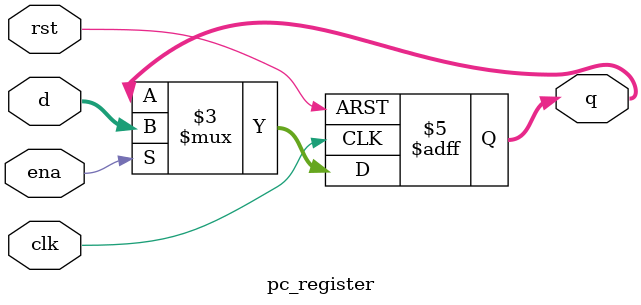
<source format=v>
`timescale 1ns / 1ps
`default_nettype none //helps catch typo-related bugs

module pc_register(clk, rst, d, q, ena);

	parameter N = 32;
	input wire clk, rst, ena;
	input wire [N-1:0] d;
	output reg [N-1:0] q;

	always @(posedge rst or posedge clk) begin
		if(rst) begin
			q <= 32'h00400000;
		end
		else if (ena) begin
			q <= d;
		end
		else begin
			q <= q;
		end
	end
	
endmodule

</source>
